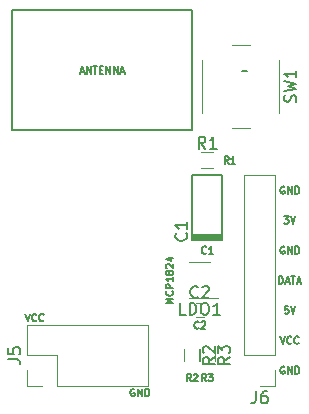
<source format=gto>
G04 #@! TF.FileFunction,Legend,Top*
%FSLAX46Y46*%
G04 Gerber Fmt 4.6, Leading zero omitted, Abs format (unit mm)*
G04 Created by KiCad (PCBNEW 4.0.6) date 08/05/17 14:41:28*
%MOMM*%
%LPD*%
G01*
G04 APERTURE LIST*
%ADD10C,0.100000*%
%ADD11C,0.200000*%
%ADD12C,0.150000*%
%ADD13C,0.120000*%
%ADD14C,0.180000*%
G04 APERTURE END LIST*
D10*
D11*
X27940000Y-175260000D02*
X12700000Y-175260000D01*
X27940000Y-165100000D02*
X27940000Y-175260000D01*
X12700000Y-165100000D02*
X27940000Y-165100000D01*
X12700000Y-175260000D02*
X12700000Y-165100000D01*
D12*
X18477144Y-170280000D02*
X18762858Y-170280000D01*
X18420001Y-170451429D02*
X18620001Y-169851429D01*
X18820001Y-170451429D01*
X19020001Y-170451429D02*
X19020001Y-169851429D01*
X19362858Y-170451429D01*
X19362858Y-169851429D01*
X19562858Y-169851429D02*
X19905715Y-169851429D01*
X19734286Y-170451429D02*
X19734286Y-169851429D01*
X20105715Y-170137143D02*
X20305715Y-170137143D01*
X20391429Y-170451429D02*
X20105715Y-170451429D01*
X20105715Y-169851429D01*
X20391429Y-169851429D01*
X20648572Y-170451429D02*
X20648572Y-169851429D01*
X20991429Y-170451429D01*
X20991429Y-169851429D01*
X21277143Y-170451429D02*
X21277143Y-169851429D01*
X21620000Y-170451429D01*
X21620000Y-169851429D01*
X21877143Y-170280000D02*
X22162857Y-170280000D01*
X21820000Y-170451429D02*
X22020000Y-169851429D01*
X22220000Y-170451429D01*
X35295000Y-188231429D02*
X35295000Y-187631429D01*
X35437857Y-187631429D01*
X35523572Y-187660000D01*
X35580714Y-187717143D01*
X35609286Y-187774286D01*
X35637857Y-187888571D01*
X35637857Y-187974286D01*
X35609286Y-188088571D01*
X35580714Y-188145714D01*
X35523572Y-188202857D01*
X35437857Y-188231429D01*
X35295000Y-188231429D01*
X35866429Y-188060000D02*
X36152143Y-188060000D01*
X35809286Y-188231429D02*
X36009286Y-187631429D01*
X36209286Y-188231429D01*
X36323572Y-187631429D02*
X36666429Y-187631429D01*
X36495000Y-188231429D02*
X36495000Y-187631429D01*
X36837858Y-188060000D02*
X37123572Y-188060000D01*
X36780715Y-188231429D02*
X36980715Y-187631429D01*
X37180715Y-188231429D01*
X35737857Y-182551429D02*
X36109286Y-182551429D01*
X35909286Y-182780000D01*
X35995000Y-182780000D01*
X36052143Y-182808571D01*
X36080714Y-182837143D01*
X36109286Y-182894286D01*
X36109286Y-183037143D01*
X36080714Y-183094286D01*
X36052143Y-183122857D01*
X35995000Y-183151429D01*
X35823572Y-183151429D01*
X35766429Y-183122857D01*
X35737857Y-183094286D01*
X36280715Y-182551429D02*
X36480715Y-183151429D01*
X36680715Y-182551429D01*
X35737858Y-180040000D02*
X35680715Y-180011429D01*
X35595001Y-180011429D01*
X35509286Y-180040000D01*
X35452144Y-180097143D01*
X35423572Y-180154286D01*
X35395001Y-180268571D01*
X35395001Y-180354286D01*
X35423572Y-180468571D01*
X35452144Y-180525714D01*
X35509286Y-180582857D01*
X35595001Y-180611429D01*
X35652144Y-180611429D01*
X35737858Y-180582857D01*
X35766429Y-180554286D01*
X35766429Y-180354286D01*
X35652144Y-180354286D01*
X36023572Y-180611429D02*
X36023572Y-180011429D01*
X36366429Y-180611429D01*
X36366429Y-180011429D01*
X36652143Y-180611429D02*
X36652143Y-180011429D01*
X36795000Y-180011429D01*
X36880715Y-180040000D01*
X36937857Y-180097143D01*
X36966429Y-180154286D01*
X36995000Y-180268571D01*
X36995000Y-180354286D01*
X36966429Y-180468571D01*
X36937857Y-180525714D01*
X36880715Y-180582857D01*
X36795000Y-180611429D01*
X36652143Y-180611429D01*
X35737858Y-185120000D02*
X35680715Y-185091429D01*
X35595001Y-185091429D01*
X35509286Y-185120000D01*
X35452144Y-185177143D01*
X35423572Y-185234286D01*
X35395001Y-185348571D01*
X35395001Y-185434286D01*
X35423572Y-185548571D01*
X35452144Y-185605714D01*
X35509286Y-185662857D01*
X35595001Y-185691429D01*
X35652144Y-185691429D01*
X35737858Y-185662857D01*
X35766429Y-185634286D01*
X35766429Y-185434286D01*
X35652144Y-185434286D01*
X36023572Y-185691429D02*
X36023572Y-185091429D01*
X36366429Y-185691429D01*
X36366429Y-185091429D01*
X36652143Y-185691429D02*
X36652143Y-185091429D01*
X36795000Y-185091429D01*
X36880715Y-185120000D01*
X36937857Y-185177143D01*
X36966429Y-185234286D01*
X36995000Y-185348571D01*
X36995000Y-185434286D01*
X36966429Y-185548571D01*
X36937857Y-185605714D01*
X36880715Y-185662857D01*
X36795000Y-185691429D01*
X36652143Y-185691429D01*
X35395000Y-192711429D02*
X35595000Y-193311429D01*
X35795000Y-192711429D01*
X36337857Y-193254286D02*
X36309286Y-193282857D01*
X36223572Y-193311429D01*
X36166429Y-193311429D01*
X36080714Y-193282857D01*
X36023572Y-193225714D01*
X35995000Y-193168571D01*
X35966429Y-193054286D01*
X35966429Y-192968571D01*
X35995000Y-192854286D01*
X36023572Y-192797143D01*
X36080714Y-192740000D01*
X36166429Y-192711429D01*
X36223572Y-192711429D01*
X36309286Y-192740000D01*
X36337857Y-192768571D01*
X36937857Y-193254286D02*
X36909286Y-193282857D01*
X36823572Y-193311429D01*
X36766429Y-193311429D01*
X36680714Y-193282857D01*
X36623572Y-193225714D01*
X36595000Y-193168571D01*
X36566429Y-193054286D01*
X36566429Y-192968571D01*
X36595000Y-192854286D01*
X36623572Y-192797143D01*
X36680714Y-192740000D01*
X36766429Y-192711429D01*
X36823572Y-192711429D01*
X36909286Y-192740000D01*
X36937857Y-192768571D01*
X36080714Y-190171429D02*
X35795000Y-190171429D01*
X35766429Y-190457143D01*
X35795000Y-190428571D01*
X35852143Y-190400000D01*
X35995000Y-190400000D01*
X36052143Y-190428571D01*
X36080714Y-190457143D01*
X36109286Y-190514286D01*
X36109286Y-190657143D01*
X36080714Y-190714286D01*
X36052143Y-190742857D01*
X35995000Y-190771429D01*
X35852143Y-190771429D01*
X35795000Y-190742857D01*
X35766429Y-190714286D01*
X36280715Y-190171429D02*
X36480715Y-190771429D01*
X36680715Y-190171429D01*
X35737858Y-195280000D02*
X35680715Y-195251429D01*
X35595001Y-195251429D01*
X35509286Y-195280000D01*
X35452144Y-195337143D01*
X35423572Y-195394286D01*
X35395001Y-195508571D01*
X35395001Y-195594286D01*
X35423572Y-195708571D01*
X35452144Y-195765714D01*
X35509286Y-195822857D01*
X35595001Y-195851429D01*
X35652144Y-195851429D01*
X35737858Y-195822857D01*
X35766429Y-195794286D01*
X35766429Y-195594286D01*
X35652144Y-195594286D01*
X36023572Y-195851429D02*
X36023572Y-195251429D01*
X36366429Y-195851429D01*
X36366429Y-195251429D01*
X36652143Y-195851429D02*
X36652143Y-195251429D01*
X36795000Y-195251429D01*
X36880715Y-195280000D01*
X36937857Y-195337143D01*
X36966429Y-195394286D01*
X36995000Y-195508571D01*
X36995000Y-195594286D01*
X36966429Y-195708571D01*
X36937857Y-195765714D01*
X36880715Y-195822857D01*
X36795000Y-195851429D01*
X36652143Y-195851429D01*
X23037858Y-197185000D02*
X22980715Y-197156429D01*
X22895001Y-197156429D01*
X22809286Y-197185000D01*
X22752144Y-197242143D01*
X22723572Y-197299286D01*
X22695001Y-197413571D01*
X22695001Y-197499286D01*
X22723572Y-197613571D01*
X22752144Y-197670714D01*
X22809286Y-197727857D01*
X22895001Y-197756429D01*
X22952144Y-197756429D01*
X23037858Y-197727857D01*
X23066429Y-197699286D01*
X23066429Y-197499286D01*
X22952144Y-197499286D01*
X23323572Y-197756429D02*
X23323572Y-197156429D01*
X23666429Y-197756429D01*
X23666429Y-197156429D01*
X23952143Y-197756429D02*
X23952143Y-197156429D01*
X24095000Y-197156429D01*
X24180715Y-197185000D01*
X24237857Y-197242143D01*
X24266429Y-197299286D01*
X24295000Y-197413571D01*
X24295000Y-197499286D01*
X24266429Y-197613571D01*
X24237857Y-197670714D01*
X24180715Y-197727857D01*
X24095000Y-197756429D01*
X23952143Y-197756429D01*
X13805000Y-190806429D02*
X14005000Y-191406429D01*
X14205000Y-190806429D01*
X14747857Y-191349286D02*
X14719286Y-191377857D01*
X14633572Y-191406429D01*
X14576429Y-191406429D01*
X14490714Y-191377857D01*
X14433572Y-191320714D01*
X14405000Y-191263571D01*
X14376429Y-191149286D01*
X14376429Y-191063571D01*
X14405000Y-190949286D01*
X14433572Y-190892143D01*
X14490714Y-190835000D01*
X14576429Y-190806429D01*
X14633572Y-190806429D01*
X14719286Y-190835000D01*
X14747857Y-190863571D01*
X15347857Y-191349286D02*
X15319286Y-191377857D01*
X15233572Y-191406429D01*
X15176429Y-191406429D01*
X15090714Y-191377857D01*
X15033572Y-191320714D01*
X15005000Y-191263571D01*
X14976429Y-191149286D01*
X14976429Y-191063571D01*
X15005000Y-190949286D01*
X15033572Y-190892143D01*
X15090714Y-190835000D01*
X15176429Y-190806429D01*
X15233572Y-190806429D01*
X15319286Y-190835000D01*
X15347857Y-190863571D01*
X26306429Y-189902858D02*
X25706429Y-189902858D01*
X26135000Y-189702858D01*
X25706429Y-189502858D01*
X26306429Y-189502858D01*
X26249286Y-188874287D02*
X26277857Y-188902858D01*
X26306429Y-188988572D01*
X26306429Y-189045715D01*
X26277857Y-189131430D01*
X26220714Y-189188572D01*
X26163571Y-189217144D01*
X26049286Y-189245715D01*
X25963571Y-189245715D01*
X25849286Y-189217144D01*
X25792143Y-189188572D01*
X25735000Y-189131430D01*
X25706429Y-189045715D01*
X25706429Y-188988572D01*
X25735000Y-188902858D01*
X25763571Y-188874287D01*
X26306429Y-188617144D02*
X25706429Y-188617144D01*
X25706429Y-188388572D01*
X25735000Y-188331430D01*
X25763571Y-188302858D01*
X25820714Y-188274287D01*
X25906429Y-188274287D01*
X25963571Y-188302858D01*
X25992143Y-188331430D01*
X26020714Y-188388572D01*
X26020714Y-188617144D01*
X26306429Y-187702858D02*
X26306429Y-188045715D01*
X26306429Y-187874287D02*
X25706429Y-187874287D01*
X25792143Y-187931430D01*
X25849286Y-187988572D01*
X25877857Y-188045715D01*
X25963571Y-187360001D02*
X25935000Y-187417143D01*
X25906429Y-187445715D01*
X25849286Y-187474286D01*
X25820714Y-187474286D01*
X25763571Y-187445715D01*
X25735000Y-187417143D01*
X25706429Y-187360001D01*
X25706429Y-187245715D01*
X25735000Y-187188572D01*
X25763571Y-187160001D01*
X25820714Y-187131429D01*
X25849286Y-187131429D01*
X25906429Y-187160001D01*
X25935000Y-187188572D01*
X25963571Y-187245715D01*
X25963571Y-187360001D01*
X25992143Y-187417143D01*
X26020714Y-187445715D01*
X26077857Y-187474286D01*
X26192143Y-187474286D01*
X26249286Y-187445715D01*
X26277857Y-187417143D01*
X26306429Y-187360001D01*
X26306429Y-187245715D01*
X26277857Y-187188572D01*
X26249286Y-187160001D01*
X26192143Y-187131429D01*
X26077857Y-187131429D01*
X26020714Y-187160001D01*
X25992143Y-187188572D01*
X25963571Y-187245715D01*
X25763571Y-186902857D02*
X25735000Y-186874286D01*
X25706429Y-186817143D01*
X25706429Y-186674286D01*
X25735000Y-186617143D01*
X25763571Y-186588572D01*
X25820714Y-186560000D01*
X25877857Y-186560000D01*
X25963571Y-186588572D01*
X26306429Y-186931429D01*
X26306429Y-186560000D01*
X25906429Y-186045714D02*
X26306429Y-186045714D01*
X25677857Y-186188571D02*
X26106429Y-186331428D01*
X26106429Y-185960000D01*
X31015000Y-178071429D02*
X30815000Y-177785714D01*
X30672143Y-178071429D02*
X30672143Y-177471429D01*
X30900715Y-177471429D01*
X30957857Y-177500000D01*
X30986429Y-177528571D01*
X31015000Y-177585714D01*
X31015000Y-177671429D01*
X30986429Y-177728571D01*
X30957857Y-177757143D01*
X30900715Y-177785714D01*
X30672143Y-177785714D01*
X31586429Y-178071429D02*
X31243572Y-178071429D01*
X31415000Y-178071429D02*
X31415000Y-177471429D01*
X31357857Y-177557143D01*
X31300715Y-177614286D01*
X31243572Y-177642857D01*
X27840000Y-196486429D02*
X27640000Y-196200714D01*
X27497143Y-196486429D02*
X27497143Y-195886429D01*
X27725715Y-195886429D01*
X27782857Y-195915000D01*
X27811429Y-195943571D01*
X27840000Y-196000714D01*
X27840000Y-196086429D01*
X27811429Y-196143571D01*
X27782857Y-196172143D01*
X27725715Y-196200714D01*
X27497143Y-196200714D01*
X28068572Y-195943571D02*
X28097143Y-195915000D01*
X28154286Y-195886429D01*
X28297143Y-195886429D01*
X28354286Y-195915000D01*
X28382857Y-195943571D01*
X28411429Y-196000714D01*
X28411429Y-196057857D01*
X28382857Y-196143571D01*
X28040000Y-196486429D01*
X28411429Y-196486429D01*
X29110000Y-196486429D02*
X28910000Y-196200714D01*
X28767143Y-196486429D02*
X28767143Y-195886429D01*
X28995715Y-195886429D01*
X29052857Y-195915000D01*
X29081429Y-195943571D01*
X29110000Y-196000714D01*
X29110000Y-196086429D01*
X29081429Y-196143571D01*
X29052857Y-196172143D01*
X28995715Y-196200714D01*
X28767143Y-196200714D01*
X29310000Y-195886429D02*
X29681429Y-195886429D01*
X29481429Y-196115000D01*
X29567143Y-196115000D01*
X29624286Y-196143571D01*
X29652857Y-196172143D01*
X29681429Y-196229286D01*
X29681429Y-196372143D01*
X29652857Y-196429286D01*
X29624286Y-196457857D01*
X29567143Y-196486429D01*
X29395715Y-196486429D01*
X29338572Y-196457857D01*
X29310000Y-196429286D01*
X28475000Y-191984286D02*
X28446429Y-192012857D01*
X28360715Y-192041429D01*
X28303572Y-192041429D01*
X28217857Y-192012857D01*
X28160715Y-191955714D01*
X28132143Y-191898571D01*
X28103572Y-191784286D01*
X28103572Y-191698571D01*
X28132143Y-191584286D01*
X28160715Y-191527143D01*
X28217857Y-191470000D01*
X28303572Y-191441429D01*
X28360715Y-191441429D01*
X28446429Y-191470000D01*
X28475000Y-191498571D01*
X28703572Y-191498571D02*
X28732143Y-191470000D01*
X28789286Y-191441429D01*
X28932143Y-191441429D01*
X28989286Y-191470000D01*
X29017857Y-191498571D01*
X29046429Y-191555714D01*
X29046429Y-191612857D01*
X29017857Y-191698571D01*
X28675000Y-192041429D01*
X29046429Y-192041429D01*
X29110000Y-185634286D02*
X29081429Y-185662857D01*
X28995715Y-185691429D01*
X28938572Y-185691429D01*
X28852857Y-185662857D01*
X28795715Y-185605714D01*
X28767143Y-185548571D01*
X28738572Y-185434286D01*
X28738572Y-185348571D01*
X28767143Y-185234286D01*
X28795715Y-185177143D01*
X28852857Y-185120000D01*
X28938572Y-185091429D01*
X28995715Y-185091429D01*
X29081429Y-185120000D01*
X29110000Y-185148571D01*
X29681429Y-185691429D02*
X29338572Y-185691429D01*
X29510000Y-185691429D02*
X29510000Y-185091429D01*
X29452857Y-185177143D01*
X29395715Y-185234286D01*
X29338572Y-185262857D01*
X32156429Y-170222857D02*
X32613572Y-170222857D01*
D13*
X34985000Y-179010000D02*
X32325000Y-179010000D01*
X34985000Y-194310000D02*
X34985000Y-179010000D01*
X32325000Y-194310000D02*
X32325000Y-179010000D01*
X34985000Y-194310000D02*
X32325000Y-194310000D01*
X34985000Y-195580000D02*
X34985000Y-196910000D01*
X34985000Y-196910000D02*
X33655000Y-196910000D01*
D14*
X30480000Y-184531000D02*
X30480000Y-179070000D01*
X30480000Y-179070000D02*
X27940000Y-179070000D01*
X27940000Y-179070000D02*
X27940000Y-184531000D01*
X27940000Y-184150000D02*
X30480000Y-184150000D01*
X27940000Y-184277000D02*
X30480000Y-184277000D01*
X27940000Y-184404000D02*
X30480000Y-184404000D01*
X27940000Y-184531000D02*
X30480000Y-184531000D01*
D13*
X28225000Y-189900000D02*
X28925000Y-189900000D01*
X28925000Y-191100000D02*
X28225000Y-191100000D01*
X24190000Y-196910000D02*
X24190000Y-191710000D01*
X16510000Y-196910000D02*
X24190000Y-196910000D01*
X13910000Y-191710000D02*
X24190000Y-191710000D01*
X16510000Y-196910000D02*
X16510000Y-194310000D01*
X16510000Y-194310000D02*
X13910000Y-194310000D01*
X13910000Y-194310000D02*
X13910000Y-191710000D01*
X15240000Y-196910000D02*
X13910000Y-196910000D01*
X13910000Y-196910000D02*
X13910000Y-195580000D01*
X29455000Y-186400000D02*
X27695000Y-186400000D01*
X27695000Y-189470000D02*
X30125000Y-189470000D01*
X29710000Y-178480000D02*
X28710000Y-178480000D01*
X28710000Y-177120000D02*
X29710000Y-177120000D01*
X27260000Y-194810000D02*
X27260000Y-193810000D01*
X28620000Y-193810000D02*
X28620000Y-194810000D01*
X28530000Y-194810000D02*
X28530000Y-193810000D01*
X29890000Y-193810000D02*
X29890000Y-194810000D01*
X28790000Y-169275000D02*
X28790000Y-173775000D01*
X32790000Y-168025000D02*
X31290000Y-168025000D01*
X35290000Y-173775000D02*
X35290000Y-169275000D01*
X31290000Y-175025000D02*
X32790000Y-175025000D01*
D12*
X33321667Y-197362381D02*
X33321667Y-198076667D01*
X33274047Y-198219524D01*
X33178809Y-198314762D01*
X33035952Y-198362381D01*
X32940714Y-198362381D01*
X34226429Y-197362381D02*
X34035952Y-197362381D01*
X33940714Y-197410000D01*
X33893095Y-197457619D01*
X33797857Y-197600476D01*
X33750238Y-197790952D01*
X33750238Y-198171905D01*
X33797857Y-198267143D01*
X33845476Y-198314762D01*
X33940714Y-198362381D01*
X34131191Y-198362381D01*
X34226429Y-198314762D01*
X34274048Y-198267143D01*
X34321667Y-198171905D01*
X34321667Y-197933810D01*
X34274048Y-197838571D01*
X34226429Y-197790952D01*
X34131191Y-197743333D01*
X33940714Y-197743333D01*
X33845476Y-197790952D01*
X33797857Y-197838571D01*
X33750238Y-197933810D01*
D14*
X27416143Y-183975476D02*
X27463762Y-184023095D01*
X27511381Y-184165952D01*
X27511381Y-184261190D01*
X27463762Y-184404048D01*
X27368524Y-184499286D01*
X27273286Y-184546905D01*
X27082810Y-184594524D01*
X26939952Y-184594524D01*
X26749476Y-184546905D01*
X26654238Y-184499286D01*
X26559000Y-184404048D01*
X26511381Y-184261190D01*
X26511381Y-184165952D01*
X26559000Y-184023095D01*
X26606619Y-183975476D01*
X27511381Y-183023095D02*
X27511381Y-183594524D01*
X27511381Y-183308810D02*
X26511381Y-183308810D01*
X26654238Y-183404048D01*
X26749476Y-183499286D01*
X26797095Y-183594524D01*
D12*
X28408334Y-189357143D02*
X28360715Y-189404762D01*
X28217858Y-189452381D01*
X28122620Y-189452381D01*
X27979762Y-189404762D01*
X27884524Y-189309524D01*
X27836905Y-189214286D01*
X27789286Y-189023810D01*
X27789286Y-188880952D01*
X27836905Y-188690476D01*
X27884524Y-188595238D01*
X27979762Y-188500000D01*
X28122620Y-188452381D01*
X28217858Y-188452381D01*
X28360715Y-188500000D01*
X28408334Y-188547619D01*
X28789286Y-188547619D02*
X28836905Y-188500000D01*
X28932143Y-188452381D01*
X29170239Y-188452381D01*
X29265477Y-188500000D01*
X29313096Y-188547619D01*
X29360715Y-188642857D01*
X29360715Y-188738095D01*
X29313096Y-188880952D01*
X28741667Y-189452381D01*
X29360715Y-189452381D01*
X12362381Y-194643333D02*
X13076667Y-194643333D01*
X13219524Y-194690953D01*
X13314762Y-194786191D01*
X13362381Y-194929048D01*
X13362381Y-195024286D01*
X12362381Y-193690952D02*
X12362381Y-194167143D01*
X12838571Y-194214762D01*
X12790952Y-194167143D01*
X12743333Y-194071905D01*
X12743333Y-193833809D01*
X12790952Y-193738571D01*
X12838571Y-193690952D01*
X12933810Y-193643333D01*
X13171905Y-193643333D01*
X13267143Y-193690952D01*
X13314762Y-193738571D01*
X13362381Y-193833809D01*
X13362381Y-194071905D01*
X13314762Y-194167143D01*
X13267143Y-194214762D01*
X27384524Y-190862381D02*
X26908333Y-190862381D01*
X26908333Y-189862381D01*
X27717857Y-190862381D02*
X27717857Y-189862381D01*
X27955952Y-189862381D01*
X28098810Y-189910000D01*
X28194048Y-190005238D01*
X28241667Y-190100476D01*
X28289286Y-190290952D01*
X28289286Y-190433810D01*
X28241667Y-190624286D01*
X28194048Y-190719524D01*
X28098810Y-190814762D01*
X27955952Y-190862381D01*
X27717857Y-190862381D01*
X28908333Y-189862381D02*
X29098810Y-189862381D01*
X29194048Y-189910000D01*
X29289286Y-190005238D01*
X29336905Y-190195714D01*
X29336905Y-190529048D01*
X29289286Y-190719524D01*
X29194048Y-190814762D01*
X29098810Y-190862381D01*
X28908333Y-190862381D01*
X28813095Y-190814762D01*
X28717857Y-190719524D01*
X28670238Y-190529048D01*
X28670238Y-190195714D01*
X28717857Y-190005238D01*
X28813095Y-189910000D01*
X28908333Y-189862381D01*
X30289286Y-190862381D02*
X29717857Y-190862381D01*
X30003571Y-190862381D02*
X30003571Y-189862381D01*
X29908333Y-190005238D01*
X29813095Y-190100476D01*
X29717857Y-190148095D01*
X29043334Y-176802381D02*
X28710000Y-176326190D01*
X28471905Y-176802381D02*
X28471905Y-175802381D01*
X28852858Y-175802381D01*
X28948096Y-175850000D01*
X28995715Y-175897619D01*
X29043334Y-175992857D01*
X29043334Y-176135714D01*
X28995715Y-176230952D01*
X28948096Y-176278571D01*
X28852858Y-176326190D01*
X28471905Y-176326190D01*
X29995715Y-176802381D02*
X29424286Y-176802381D01*
X29710000Y-176802381D02*
X29710000Y-175802381D01*
X29614762Y-175945238D01*
X29519524Y-176040476D01*
X29424286Y-176088095D01*
X29842381Y-194476666D02*
X29366190Y-194810000D01*
X29842381Y-195048095D02*
X28842381Y-195048095D01*
X28842381Y-194667142D01*
X28890000Y-194571904D01*
X28937619Y-194524285D01*
X29032857Y-194476666D01*
X29175714Y-194476666D01*
X29270952Y-194524285D01*
X29318571Y-194571904D01*
X29366190Y-194667142D01*
X29366190Y-195048095D01*
X28937619Y-194095714D02*
X28890000Y-194048095D01*
X28842381Y-193952857D01*
X28842381Y-193714761D01*
X28890000Y-193619523D01*
X28937619Y-193571904D01*
X29032857Y-193524285D01*
X29128095Y-193524285D01*
X29270952Y-193571904D01*
X29842381Y-194143333D01*
X29842381Y-193524285D01*
X31112381Y-194476666D02*
X30636190Y-194810000D01*
X31112381Y-195048095D02*
X30112381Y-195048095D01*
X30112381Y-194667142D01*
X30160000Y-194571904D01*
X30207619Y-194524285D01*
X30302857Y-194476666D01*
X30445714Y-194476666D01*
X30540952Y-194524285D01*
X30588571Y-194571904D01*
X30636190Y-194667142D01*
X30636190Y-195048095D01*
X30112381Y-194143333D02*
X30112381Y-193524285D01*
X30493333Y-193857619D01*
X30493333Y-193714761D01*
X30540952Y-193619523D01*
X30588571Y-193571904D01*
X30683810Y-193524285D01*
X30921905Y-193524285D01*
X31017143Y-193571904D01*
X31064762Y-193619523D01*
X31112381Y-193714761D01*
X31112381Y-194000476D01*
X31064762Y-194095714D01*
X31017143Y-194143333D01*
X36694762Y-172858333D02*
X36742381Y-172715476D01*
X36742381Y-172477380D01*
X36694762Y-172382142D01*
X36647143Y-172334523D01*
X36551905Y-172286904D01*
X36456667Y-172286904D01*
X36361429Y-172334523D01*
X36313810Y-172382142D01*
X36266190Y-172477380D01*
X36218571Y-172667857D01*
X36170952Y-172763095D01*
X36123333Y-172810714D01*
X36028095Y-172858333D01*
X35932857Y-172858333D01*
X35837619Y-172810714D01*
X35790000Y-172763095D01*
X35742381Y-172667857D01*
X35742381Y-172429761D01*
X35790000Y-172286904D01*
X35742381Y-171953571D02*
X36742381Y-171715476D01*
X36028095Y-171524999D01*
X36742381Y-171334523D01*
X35742381Y-171096428D01*
X36742381Y-170191666D02*
X36742381Y-170763095D01*
X36742381Y-170477381D02*
X35742381Y-170477381D01*
X35885238Y-170572619D01*
X35980476Y-170667857D01*
X36028095Y-170763095D01*
M02*

</source>
